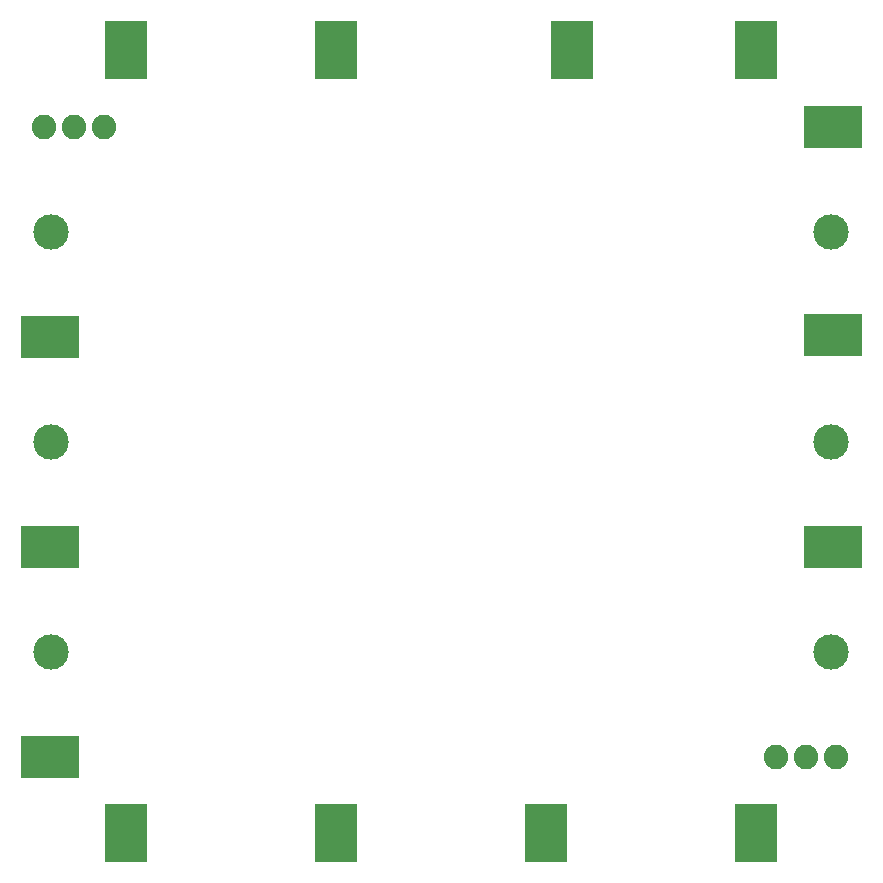
<source format=gbr>
G04 EAGLE Gerber RS-274X export*
G75*
%MOMM*%
%FSLAX34Y34*%
%LPD*%
%INSoldermask Bottom*%
%IPPOS*%
%AMOC8*
5,1,8,0,0,1.08239X$1,22.5*%
G01*
%ADD10C,3.003200*%
%ADD11C,2.082800*%
%ADD12R,4.903200X3.603200*%
%ADD13R,3.603200X4.903200*%


D10*
X-330200Y177800D03*
X330200Y177800D03*
X-330200Y-177800D03*
X330200Y-177800D03*
X-330200Y0D03*
X330200Y0D03*
D11*
X-336550Y266700D03*
X-311150Y266700D03*
X-285750Y266700D03*
X334010Y-266700D03*
X308610Y-266700D03*
X283210Y-266700D03*
D12*
X-331470Y88900D03*
X331470Y-88900D03*
X-331470Y-88900D03*
X331470Y90170D03*
D13*
X110490Y331470D03*
D12*
X-331470Y-266700D03*
X331470Y266700D03*
D13*
X-88900Y331470D03*
X266700Y331470D03*
X-88900Y-331470D03*
X-266700Y-331470D03*
X-266700Y331470D03*
X88900Y-331470D03*
X266700Y-331470D03*
M02*

</source>
